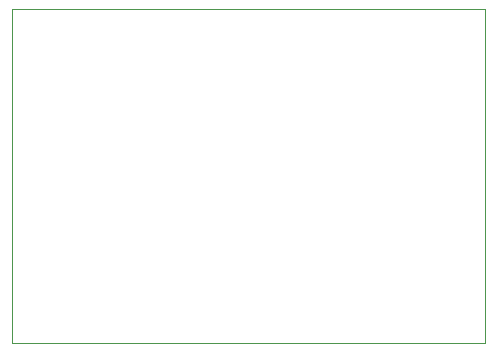
<source format=gbr>
G04 #@! TF.GenerationSoftware,KiCad,Pcbnew,(5.1.5)-3*
G04 #@! TF.CreationDate,2020-05-18T23:05:03-04:00*
G04 #@! TF.ProjectId,Union_Circle,556e696f-6e5f-4436-9972-636c652e6b69,rev?*
G04 #@! TF.SameCoordinates,Original*
G04 #@! TF.FileFunction,Profile,NP*
%FSLAX46Y46*%
G04 Gerber Fmt 4.6, Leading zero omitted, Abs format (unit mm)*
G04 Created by KiCad (PCBNEW (5.1.5)-3) date 2020-05-18 23:05:03*
%MOMM*%
%LPD*%
G04 APERTURE LIST*
%ADD10C,0.050000*%
G04 APERTURE END LIST*
D10*
X120000000Y-85828950D02*
X80000000Y-85828950D01*
X120000000Y-85828950D02*
X120000000Y-114171100D01*
X80000000Y-114171100D02*
X120000000Y-114171100D01*
X80000000Y-85828950D02*
X80000000Y-114171100D01*
M02*

</source>
